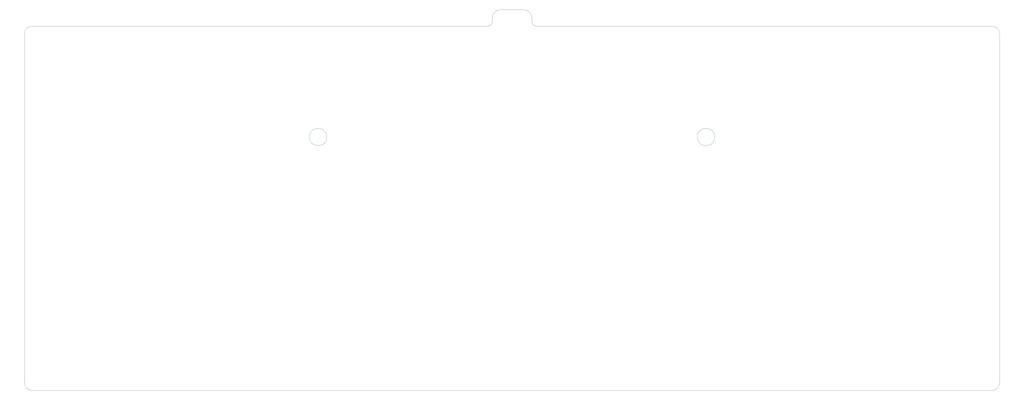
<source format=gbr>
G04 #@! TF.GenerationSoftware,KiCad,Pcbnew,(6.0.5)*
G04 #@! TF.CreationDate,2022-05-27T19:49:07-04:00*
G04 #@! TF.ProjectId,Boston-keyboard-V07J,426f7374-6f6e-42d6-9b65-79626f617264,rev?*
G04 #@! TF.SameCoordinates,Original*
G04 #@! TF.FileFunction,Profile,NP*
%FSLAX46Y46*%
G04 Gerber Fmt 4.6, Leading zero omitted, Abs format (unit mm)*
G04 Created by KiCad (PCBNEW (6.0.5)) date 2022-05-27 19:49:07*
%MOMM*%
%LPD*%
G01*
G04 APERTURE LIST*
G04 #@! TA.AperFunction,Profile*
%ADD10C,0.050000*%
G04 #@! TD*
G04 APERTURE END LIST*
D10*
X448475000Y-31000000D02*
G75*
G03*
X445475000Y-28000000I-3000000J0D01*
G01*
X55000000Y-31000000D02*
X55000000Y-172000000D01*
X259737000Y-24800000D02*
G75*
G03*
X256237000Y-21300000I-3500000J0D01*
G01*
X333500000Y-72712500D02*
G75*
G03*
X333500000Y-72712500I-3500000J0D01*
G01*
X177000000Y-72712500D02*
G75*
G03*
X177000000Y-72712500I-3500000J0D01*
G01*
X448475000Y-31000000D02*
X448475000Y-172000000D01*
X259737000Y-26000000D02*
G75*
G03*
X261737000Y-28000000I2000000J0D01*
G01*
X55000000Y-172000000D02*
G75*
G03*
X58000000Y-175000000I3000000J0D01*
G01*
X445475000Y-175000000D02*
G75*
G03*
X448475000Y-172000000I0J3000000D01*
G01*
X243737000Y-24800000D02*
X243737000Y-26000000D01*
X241737000Y-28000000D02*
G75*
G03*
X243737000Y-26000000I0J2000000D01*
G01*
X241737000Y-28000000D02*
X58000000Y-28000000D01*
X58000000Y-28000000D02*
G75*
G03*
X55000000Y-31000000I0J-3000000D01*
G01*
X247237000Y-21300000D02*
X256237000Y-21300000D01*
X445475000Y-175000000D02*
X58000000Y-175000000D01*
X247237000Y-21300000D02*
G75*
G03*
X243737000Y-24800000I0J-3500000D01*
G01*
X259737000Y-24800000D02*
X259737000Y-26000000D01*
X261737000Y-28000000D02*
X445475000Y-28000000D01*
M02*

</source>
